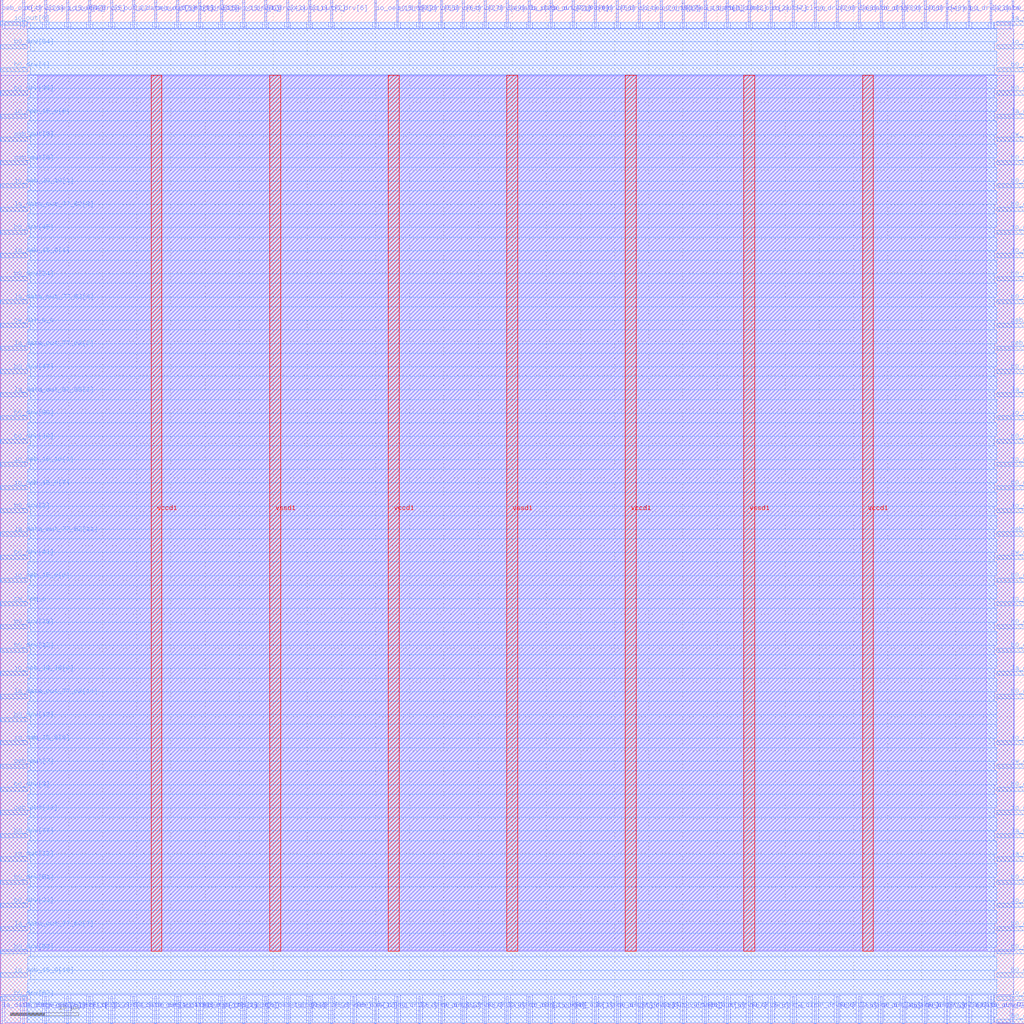
<source format=lef>
VERSION 5.7 ;
  NOWIREEXTENSIONATPIN ON ;
  DIVIDERCHAR "/" ;
  BUSBITCHARS "[]" ;
MACRO uprj_w_const
  CLASS BLOCK ;
  FOREIGN uprj_w_const ;
  ORIGIN 0.000 0.000 ;
  SIZE 150.000 BY 150.000 ;
  PIN b0_drv[0]
    DIRECTION OUTPUT TRISTATE ;
    USE SIGNAL ;
    PORT
      LAYER met2 ;
        RECT 35.510 146.000 35.790 150.000 ;
    END
  END b0_drv[0]
  PIN b0_drv[10]
    DIRECTION OUTPUT TRISTATE ;
    USE SIGNAL ;
    PORT
      LAYER met3 ;
        RECT 0.000 85.040 4.000 85.640 ;
    END
  END b0_drv[10]
  PIN b0_drv[11]
    DIRECTION OUTPUT TRISTATE ;
    USE SIGNAL ;
    PORT
      LAYER met2 ;
        RECT 148.210 146.000 148.490 150.000 ;
    END
  END b0_drv[11]
  PIN b0_drv[12]
    DIRECTION OUTPUT TRISTATE ;
    USE SIGNAL ;
    PORT
      LAYER met3 ;
        RECT 0.000 54.440 4.000 55.040 ;
    END
  END b0_drv[12]
  PIN b0_drv[13]
    DIRECTION OUTPUT TRISTATE ;
    USE SIGNAL ;
    PORT
      LAYER met3 ;
        RECT 0.000 44.240 4.000 44.840 ;
    END
  END b0_drv[13]
  PIN b0_drv[14]
    DIRECTION OUTPUT TRISTATE ;
    USE SIGNAL ;
    PORT
      LAYER met3 ;
        RECT 146.000 47.640 150.000 48.240 ;
    END
  END b0_drv[14]
  PIN b0_drv[15]
    DIRECTION OUTPUT TRISTATE ;
    USE SIGNAL ;
    PORT
      LAYER met3 ;
        RECT 146.000 125.840 150.000 126.440 ;
    END
  END b0_drv[15]
  PIN b0_drv[16]
    DIRECTION OUTPUT TRISTATE ;
    USE SIGNAL ;
    PORT
      LAYER met3 ;
        RECT 146.000 85.040 150.000 85.640 ;
    END
  END b0_drv[16]
  PIN b0_drv[17]
    DIRECTION OUTPUT TRISTATE ;
    USE SIGNAL ;
    PORT
      LAYER met2 ;
        RECT 96.690 146.000 96.970 150.000 ;
    END
  END b0_drv[17]
  PIN b0_drv[18]
    DIRECTION OUTPUT TRISTATE ;
    USE SIGNAL ;
    PORT
      LAYER met3 ;
        RECT 146.000 20.440 150.000 21.040 ;
    END
  END b0_drv[18]
  PIN b0_drv[19]
    DIRECTION OUTPUT TRISTATE ;
    USE SIGNAL ;
    PORT
      LAYER met3 ;
        RECT 146.000 95.240 150.000 95.840 ;
    END
  END b0_drv[19]
  PIN b0_drv[1]
    DIRECTION OUTPUT TRISTATE ;
    USE SIGNAL ;
    PORT
      LAYER met2 ;
        RECT 90.250 0.000 90.530 4.000 ;
    END
  END b0_drv[1]
  PIN b0_drv[20]
    DIRECTION OUTPUT TRISTATE ;
    USE SIGNAL ;
    PORT
      LAYER met2 ;
        RECT 119.230 146.000 119.510 150.000 ;
    END
  END b0_drv[20]
  PIN b0_drv[21]
    DIRECTION OUTPUT TRISTATE ;
    USE SIGNAL ;
    PORT
      LAYER met3 ;
        RECT 0.000 17.040 4.000 17.640 ;
    END
  END b0_drv[21]
  PIN b0_drv[22]
    DIRECTION OUTPUT TRISTATE ;
    USE SIGNAL ;
    PORT
      LAYER met2 ;
        RECT 12.970 0.000 13.250 4.000 ;
    END
  END b0_drv[22]
  PIN b0_drv[23]
    DIRECTION OUTPUT TRISTATE ;
    USE SIGNAL ;
    PORT
      LAYER met2 ;
        RECT 141.770 146.000 142.050 150.000 ;
    END
  END b0_drv[23]
  PIN b0_drv[24]
    DIRECTION OUTPUT TRISTATE ;
    USE SIGNAL ;
    PORT
      LAYER met3 ;
        RECT 0.000 108.840 4.000 109.440 ;
    END
  END b0_drv[24]
  PIN b0_drv[25]
    DIRECTION OUTPUT TRISTATE ;
    USE SIGNAL ;
    PORT
      LAYER met2 ;
        RECT 29.070 146.000 29.350 150.000 ;
    END
  END b0_drv[25]
  PIN b0_drv[26]
    DIRECTION OUTPUT TRISTATE ;
    USE SIGNAL ;
    PORT
      LAYER met2 ;
        RECT 3.310 146.000 3.590 150.000 ;
    END
  END b0_drv[26]
  PIN b0_drv[27]
    DIRECTION OUTPUT TRISTATE ;
    USE SIGNAL ;
    PORT
      LAYER met2 ;
        RECT 67.710 146.000 67.990 150.000 ;
    END
  END b0_drv[27]
  PIN b0_drv[28]
    DIRECTION OUTPUT TRISTATE ;
    USE SIGNAL ;
    PORT
      LAYER met3 ;
        RECT 146.000 54.440 150.000 55.040 ;
    END
  END b0_drv[28]
  PIN b0_drv[29]
    DIRECTION OUTPUT TRISTATE ;
    USE SIGNAL ;
    PORT
      LAYER met3 ;
        RECT 146.000 13.640 150.000 14.240 ;
    END
  END b0_drv[29]
  PIN b0_drv[2]
    DIRECTION OUTPUT TRISTATE ;
    USE SIGNAL ;
    PORT
      LAYER met3 ;
        RECT 0.000 74.840 4.000 75.440 ;
    END
  END b0_drv[2]
  PIN b0_drv[30]
    DIRECTION OUTPUT TRISTATE ;
    USE SIGNAL ;
    PORT
      LAYER met3 ;
        RECT 146.000 136.040 150.000 136.640 ;
    END
  END b0_drv[30]
  PIN b0_drv[31]
    DIRECTION OUTPUT TRISTATE ;
    USE SIGNAL ;
    PORT
      LAYER met2 ;
        RECT 80.590 146.000 80.870 150.000 ;
    END
  END b0_drv[31]
  PIN b0_drv[32]
    DIRECTION OUTPUT TRISTATE ;
    USE SIGNAL ;
    PORT
      LAYER met2 ;
        RECT 58.050 146.000 58.330 150.000 ;
    END
  END b0_drv[32]
  PIN b0_drv[33]
    DIRECTION OUTPUT TRISTATE ;
    USE SIGNAL ;
    PORT
      LAYER met2 ;
        RECT 64.490 0.000 64.770 4.000 ;
    END
  END b0_drv[33]
  PIN b0_drv[34]
    DIRECTION OUTPUT TRISTATE ;
    USE SIGNAL ;
    PORT
      LAYER met2 ;
        RECT 90.250 146.000 90.530 150.000 ;
    END
  END b0_drv[34]
  PIN b0_drv[35]
    DIRECTION OUTPUT TRISTATE ;
    USE SIGNAL ;
    PORT
      LAYER met3 ;
        RECT 0.000 136.040 4.000 136.640 ;
    END
  END b0_drv[35]
  PIN b0_drv[36]
    DIRECTION OUTPUT TRISTATE ;
    USE SIGNAL ;
    PORT
      LAYER met2 ;
        RECT 122.450 0.000 122.730 4.000 ;
    END
  END b0_drv[36]
  PIN b0_drv[37]
    DIRECTION OUTPUT TRISTATE ;
    USE SIGNAL ;
    PORT
      LAYER met2 ;
        RECT 67.710 0.000 67.990 4.000 ;
    END
  END b0_drv[37]
  PIN b0_drv[38]
    DIRECTION OUTPUT TRISTATE ;
    USE SIGNAL ;
    PORT
      LAYER met3 ;
        RECT 146.000 119.040 150.000 119.640 ;
    END
  END b0_drv[38]
  PIN b0_drv[39]
    DIRECTION OUTPUT TRISTATE ;
    USE SIGNAL ;
    PORT
      LAYER met2 ;
        RECT 128.890 146.000 129.170 150.000 ;
    END
  END b0_drv[39]
  PIN b0_drv[3]
    DIRECTION OUTPUT TRISTATE ;
    USE SIGNAL ;
    PORT
      LAYER met3 ;
        RECT 0.000 34.040 4.000 34.640 ;
    END
  END b0_drv[3]
  PIN b0_drv[40]
    DIRECTION OUTPUT TRISTATE ;
    USE SIGNAL ;
    PORT
      LAYER met2 ;
        RECT 83.810 146.000 84.090 150.000 ;
    END
  END b0_drv[40]
  PIN b0_drv[41]
    DIRECTION OUTPUT TRISTATE ;
    USE SIGNAL ;
    PORT
      LAYER met3 ;
        RECT 0.000 68.040 4.000 68.640 ;
    END
  END b0_drv[41]
  PIN b0_drv[42]
    DIRECTION OUTPUT TRISTATE ;
    USE SIGNAL ;
    PORT
      LAYER met3 ;
        RECT 146.000 34.040 150.000 34.640 ;
    END
  END b0_drv[42]
  PIN b0_drv[43]
    DIRECTION OUTPUT TRISTATE ;
    USE SIGNAL ;
    PORT
      LAYER met2 ;
        RECT 38.730 146.000 39.010 150.000 ;
    END
  END b0_drv[43]
  PIN b0_drv[44]
    DIRECTION OUTPUT TRISTATE ;
    USE SIGNAL ;
    PORT
      LAYER met3 ;
        RECT 146.000 6.840 150.000 7.440 ;
    END
  END b0_drv[44]
  PIN b0_drv[45]
    DIRECTION OUTPUT TRISTATE ;
    USE SIGNAL ;
    PORT
      LAYER met3 ;
        RECT 0.000 115.640 4.000 116.240 ;
    END
  END b0_drv[45]
  PIN b0_drv[46]
    DIRECTION OUTPUT TRISTATE ;
    USE SIGNAL ;
    PORT
      LAYER met2 ;
        RECT 128.890 0.000 129.170 4.000 ;
    END
  END b0_drv[46]
  PIN b0_drv[47]
    DIRECTION OUTPUT TRISTATE ;
    USE SIGNAL ;
    PORT
      LAYER met3 ;
        RECT 0.000 95.240 4.000 95.840 ;
    END
  END b0_drv[47]
  PIN b0_drv[48]
    DIRECTION OUTPUT TRISTATE ;
    USE SIGNAL ;
    PORT
      LAYER met2 ;
        RECT 135.330 146.000 135.610 150.000 ;
    END
  END b0_drv[48]
  PIN b0_drv[49]
    DIRECTION OUTPUT TRISTATE ;
    USE SIGNAL ;
    PORT
      LAYER met2 ;
        RECT 70.930 146.000 71.210 150.000 ;
    END
  END b0_drv[49]
  PIN b0_drv[4]
    DIRECTION OUTPUT TRISTATE ;
    USE SIGNAL ;
    PORT
      LAYER met3 ;
        RECT 0.000 139.440 4.000 140.040 ;
    END
  END b0_drv[4]
  PIN b0_drv[50]
    DIRECTION OUTPUT TRISTATE ;
    USE SIGNAL ;
    PORT
      LAYER met3 ;
        RECT 146.000 0.040 150.000 0.640 ;
    END
  END b0_drv[50]
  PIN b0_drv[51]
    DIRECTION OUTPUT TRISTATE ;
    USE SIGNAL ;
    PORT
      LAYER met3 ;
        RECT 0.000 20.440 4.000 21.040 ;
    END
  END b0_drv[51]
  PIN b0_drv[52]
    DIRECTION OUTPUT TRISTATE ;
    USE SIGNAL ;
    PORT
      LAYER met2 ;
        RECT 41.950 0.000 42.230 4.000 ;
    END
  END b0_drv[52]
  PIN b0_drv[53]
    DIRECTION OUTPUT TRISTATE ;
    USE SIGNAL ;
    PORT
      LAYER met3 ;
        RECT 0.000 10.240 4.000 10.840 ;
    END
  END b0_drv[53]
  PIN b0_drv[54]
    DIRECTION OUTPUT TRISTATE ;
    USE SIGNAL ;
    PORT
      LAYER met3 ;
        RECT 0.000 142.840 4.000 143.440 ;
    END
  END b0_drv[54]
  PIN b0_drv[55]
    DIRECTION OUTPUT TRISTATE ;
    USE SIGNAL ;
    PORT
      LAYER met2 ;
        RECT 61.270 146.000 61.550 150.000 ;
    END
  END b0_drv[55]
  PIN b0_drv[56]
    DIRECTION OUTPUT TRISTATE ;
    USE SIGNAL ;
    PORT
      LAYER met2 ;
        RECT 87.030 146.000 87.310 150.000 ;
    END
  END b0_drv[56]
  PIN b0_drv[57]
    DIRECTION OUTPUT TRISTATE ;
    USE SIGNAL ;
    PORT
      LAYER met2 ;
        RECT 58.050 0.000 58.330 4.000 ;
    END
  END b0_drv[57]
  PIN b0_drv[58]
    DIRECTION OUTPUT TRISTATE ;
    USE SIGNAL ;
    PORT
      LAYER met2 ;
        RECT 99.910 0.000 100.190 4.000 ;
    END
  END b0_drv[58]
  PIN b0_drv[59]
    DIRECTION OUTPUT TRISTATE ;
    USE SIGNAL ;
    PORT
      LAYER met3 ;
        RECT 146.000 122.440 150.000 123.040 ;
    END
  END b0_drv[59]
  PIN b0_drv[5]
    DIRECTION OUTPUT TRISTATE ;
    USE SIGNAL ;
    PORT
      LAYER met2 ;
        RECT 12.970 146.000 13.250 150.000 ;
    END
  END b0_drv[5]
  PIN b0_drv[60]
    DIRECTION OUTPUT TRISTATE ;
    USE SIGNAL ;
    PORT
      LAYER met2 ;
        RECT 48.390 0.000 48.670 4.000 ;
    END
  END b0_drv[60]
  PIN b0_drv[61]
    DIRECTION OUTPUT TRISTATE ;
    USE SIGNAL ;
    PORT
      LAYER met2 ;
        RECT 138.550 0.000 138.830 4.000 ;
    END
  END b0_drv[61]
  PIN b0_drv[62]
    DIRECTION OUTPUT TRISTATE ;
    USE SIGNAL ;
    PORT
      LAYER met3 ;
        RECT 0.000 3.440 4.000 4.040 ;
    END
  END b0_drv[62]
  PIN b0_drv[63]
    DIRECTION OUTPUT TRISTATE ;
    USE SIGNAL ;
    PORT
      LAYER met3 ;
        RECT 146.000 78.240 150.000 78.840 ;
    END
  END b0_drv[63]
  PIN b0_drv[64]
    DIRECTION OUTPUT TRISTATE ;
    USE SIGNAL ;
    PORT
      LAYER met2 ;
        RECT 64.490 146.000 64.770 150.000 ;
    END
  END b0_drv[64]
  PIN b0_drv[65]
    DIRECTION OUTPUT TRISTATE ;
    USE SIGNAL ;
    PORT
      LAYER met3 ;
        RECT 146.000 108.840 150.000 109.440 ;
    END
  END b0_drv[65]
  PIN b0_drv[66]
    DIRECTION OUTPUT TRISTATE ;
    USE SIGNAL ;
    PORT
      LAYER met2 ;
        RECT 132.110 146.000 132.390 150.000 ;
    END
  END b0_drv[66]
  PIN b0_drv[67]
    DIRECTION OUTPUT TRISTATE ;
    USE SIGNAL ;
    PORT
      LAYER met2 ;
        RECT 106.350 0.000 106.630 4.000 ;
    END
  END b0_drv[67]
  PIN b0_drv[68]
    DIRECTION OUTPUT TRISTATE ;
    USE SIGNAL ;
    PORT
      LAYER met2 ;
        RECT 122.450 146.000 122.730 150.000 ;
    END
  END b0_drv[68]
  PIN b0_drv[69]
    DIRECTION OUTPUT TRISTATE ;
    USE SIGNAL ;
    PORT
      LAYER met2 ;
        RECT 119.230 0.000 119.510 4.000 ;
    END
  END b0_drv[69]
  PIN b0_drv[6]
    DIRECTION OUTPUT TRISTATE ;
    USE SIGNAL ;
    PORT
      LAYER met2 ;
        RECT 48.390 146.000 48.670 150.000 ;
    END
  END b0_drv[6]
  PIN b0_drv[70]
    DIRECTION OUTPUT TRISTATE ;
    USE SIGNAL ;
    PORT
      LAYER met2 ;
        RECT 70.930 0.000 71.210 4.000 ;
    END
  END b0_drv[70]
  PIN b0_drv[71]
    DIRECTION OUTPUT TRISTATE ;
    USE SIGNAL ;
    PORT
      LAYER met3 ;
        RECT 146.000 57.840 150.000 58.440 ;
    END
  END b0_drv[71]
  PIN b0_drv[72]
    DIRECTION OUTPUT TRISTATE ;
    USE SIGNAL ;
    PORT
      LAYER met3 ;
        RECT 146.000 10.240 150.000 10.840 ;
    END
  END b0_drv[72]
  PIN b0_drv[73]
    DIRECTION OUTPUT TRISTATE ;
    USE SIGNAL ;
    PORT
      LAYER met2 ;
        RECT 135.330 0.000 135.610 4.000 ;
    END
  END b0_drv[73]
  PIN b0_drv[74]
    DIRECTION OUTPUT TRISTATE ;
    USE SIGNAL ;
    PORT
      LAYER met3 ;
        RECT 146.000 139.440 150.000 140.040 ;
    END
  END b0_drv[74]
  PIN b0_drv[75]
    DIRECTION OUTPUT TRISTATE ;
    USE SIGNAL ;
    PORT
      LAYER met3 ;
        RECT 146.000 105.440 150.000 106.040 ;
    END
  END b0_drv[75]
  PIN b0_drv[76]
    DIRECTION OUTPUT TRISTATE ;
    USE SIGNAL ;
    PORT
      LAYER met2 ;
        RECT 93.470 0.000 93.750 4.000 ;
    END
  END b0_drv[76]
  PIN b0_drv[77]
    DIRECTION OUTPUT TRISTATE ;
    USE SIGNAL ;
    PORT
      LAYER met3 ;
        RECT 0.000 27.240 4.000 27.840 ;
    END
  END b0_drv[77]
  PIN b0_drv[78]
    DIRECTION OUTPUT TRISTATE ;
    USE SIGNAL ;
    PORT
      LAYER met2 ;
        RECT 109.570 0.000 109.850 4.000 ;
    END
  END b0_drv[78]
  PIN b0_drv[79]
    DIRECTION OUTPUT TRISTATE ;
    USE SIGNAL ;
    PORT
      LAYER met3 ;
        RECT 0.000 57.840 4.000 58.440 ;
    END
  END b0_drv[79]
  PIN b0_drv[7]
    DIRECTION OUTPUT TRISTATE ;
    USE SIGNAL ;
    PORT
      LAYER met3 ;
        RECT 146.000 64.640 150.000 65.240 ;
    END
  END b0_drv[7]
  PIN b0_drv[80]
    DIRECTION OUTPUT TRISTATE ;
    USE SIGNAL ;
    PORT
      LAYER met3 ;
        RECT 0.000 88.440 4.000 89.040 ;
    END
  END b0_drv[80]
  PIN b0_drv[81]
    DIRECTION OUTPUT TRISTATE ;
    USE SIGNAL ;
    PORT
      LAYER met2 ;
        RECT 6.530 0.000 6.810 4.000 ;
    END
  END b0_drv[81]
  PIN b0_drv[82]
    DIRECTION OUTPUT TRISTATE ;
    USE SIGNAL ;
    PORT
      LAYER met2 ;
        RECT 45.170 0.000 45.450 4.000 ;
    END
  END b0_drv[82]
  PIN b0_drv[8]
    DIRECTION OUTPUT TRISTATE ;
    USE SIGNAL ;
    PORT
      LAYER met2 ;
        RECT 148.210 0.000 148.490 4.000 ;
    END
  END b0_drv[8]
  PIN b0_drv[9]
    DIRECTION OUTPUT TRISTATE ;
    USE SIGNAL ;
    PORT
      LAYER met2 ;
        RECT 144.990 0.000 145.270 4.000 ;
    END
  END b0_drv[9]
  PIN cw_clk_i
    DIRECTION INPUT ;
    USE SIGNAL ;
    PORT
      LAYER met2 ;
        RECT 54.830 0.000 55.110 4.000 ;
    END
  END cw_clk_i
  PIN cw_clk_o
    DIRECTION OUTPUT TRISTATE ;
    USE SIGNAL ;
    PORT
      LAYER met2 ;
        RECT 116.010 146.000 116.290 150.000 ;
    END
  END cw_clk_o
  PIN cw_dir
    DIRECTION INPUT ;
    USE SIGNAL ;
    PORT
      LAYER met2 ;
        RECT 116.010 0.000 116.290 4.000 ;
    END
  END cw_dir
  PIN cw_dir_b_o
    DIRECTION INPUT ;
    USE SIGNAL ;
    PORT
      LAYER met3 ;
        RECT 0.000 102.040 4.000 102.640 ;
    END
  END cw_dir_b_o
  PIN cw_dir_b_oo
    DIRECTION OUTPUT TRISTATE ;
    USE SIGNAL ;
    PORT
      LAYER met3 ;
        RECT 146.000 68.040 150.000 68.640 ;
    END
  END cw_dir_b_oo
  PIN cw_dir_o
    DIRECTION OUTPUT TRISTATE ;
    USE SIGNAL ;
    PORT
      LAYER met3 ;
        RECT 146.000 37.440 150.000 38.040 ;
    END
  END cw_dir_o
  PIN cw_req_i
    DIRECTION INPUT ;
    USE SIGNAL ;
    PORT
      LAYER met2 ;
        RECT 138.550 146.000 138.830 150.000 ;
    END
  END cw_req_i
  PIN cw_req_o
    DIRECTION OUTPUT TRISTATE ;
    USE SIGNAL ;
    PORT
      LAYER met3 ;
        RECT 0.000 61.240 4.000 61.840 ;
    END
  END cw_req_o
  PIN cw_rst_i
    DIRECTION INPUT ;
    USE SIGNAL ;
    PORT
      LAYER met2 ;
        RECT 112.790 0.000 113.070 4.000 ;
    END
  END cw_rst_i
  PIN cw_rst_o
    DIRECTION OUTPUT TRISTATE ;
    USE SIGNAL ;
    PORT
      LAYER met3 ;
        RECT 146.000 129.240 150.000 129.840 ;
    END
  END cw_rst_o
  PIN io_oeb_15_0[0]
    DIRECTION OUTPUT TRISTATE ;
    USE SIGNAL ;
    PORT
      LAYER met3 ;
        RECT 0.000 40.840 4.000 41.440 ;
    END
  END io_oeb_15_0[0]
  PIN io_oeb_15_0[10]
    DIRECTION OUTPUT TRISTATE ;
    USE SIGNAL ;
    PORT
      LAYER met3 ;
        RECT 0.000 6.840 4.000 7.440 ;
    END
  END io_oeb_15_0[10]
  PIN io_oeb_15_0[11]
    DIRECTION OUTPUT TRISTATE ;
    USE SIGNAL ;
    PORT
      LAYER met2 ;
        RECT 25.850 146.000 26.130 150.000 ;
    END
  END io_oeb_15_0[11]
  PIN io_oeb_15_0[12]
    DIRECTION OUTPUT TRISTATE ;
    USE SIGNAL ;
    PORT
      LAYER met2 ;
        RECT 32.290 146.000 32.570 150.000 ;
    END
  END io_oeb_15_0[12]
  PIN io_oeb_15_0[13]
    DIRECTION OUTPUT TRISTATE ;
    USE SIGNAL ;
    PORT
      LAYER met2 ;
        RECT 6.530 146.000 6.810 150.000 ;
    END
  END io_oeb_15_0[13]
  PIN io_oeb_15_0[14]
    DIRECTION OUTPUT TRISTATE ;
    USE SIGNAL ;
    PORT
      LAYER met2 ;
        RECT 38.730 0.000 39.010 4.000 ;
    END
  END io_oeb_15_0[14]
  PIN io_oeb_15_0[15]
    DIRECTION OUTPUT TRISTATE ;
    USE SIGNAL ;
    PORT
      LAYER met3 ;
        RECT 146.000 74.840 150.000 75.440 ;
    END
  END io_oeb_15_0[15]
  PIN io_oeb_15_0[1]
    DIRECTION OUTPUT TRISTATE ;
    USE SIGNAL ;
    PORT
      LAYER met3 ;
        RECT 0.000 112.240 4.000 112.840 ;
    END
  END io_oeb_15_0[1]
  PIN io_oeb_15_0[2]
    DIRECTION OUTPUT TRISTATE ;
    USE SIGNAL ;
    PORT
      LAYER met2 ;
        RECT 54.830 146.000 55.110 150.000 ;
    END
  END io_oeb_15_0[2]
  PIN io_oeb_15_0[3]
    DIRECTION OUTPUT TRISTATE ;
    USE SIGNAL ;
    PORT
      LAYER met3 ;
        RECT 146.000 81.640 150.000 82.240 ;
    END
  END io_oeb_15_0[3]
  PIN io_oeb_15_0[4]
    DIRECTION OUTPUT TRISTATE ;
    USE SIGNAL ;
    PORT
      LAYER met2 ;
        RECT 77.370 0.000 77.650 4.000 ;
    END
  END io_oeb_15_0[4]
  PIN io_oeb_15_0[5]
    DIRECTION OUTPUT TRISTATE ;
    USE SIGNAL ;
    PORT
      LAYER met2 ;
        RECT 32.290 0.000 32.570 4.000 ;
    END
  END io_oeb_15_0[5]
  PIN io_oeb_15_0[6]
    DIRECTION OUTPUT TRISTATE ;
    USE SIGNAL ;
    PORT
      LAYER met3 ;
        RECT 0.000 64.640 4.000 65.240 ;
    END
  END io_oeb_15_0[6]
  PIN io_oeb_15_0[7]
    DIRECTION OUTPUT TRISTATE ;
    USE SIGNAL ;
    PORT
      LAYER met3 ;
        RECT 0.000 78.240 4.000 78.840 ;
    END
  END io_oeb_15_0[7]
  PIN io_oeb_15_0[8]
    DIRECTION OUTPUT TRISTATE ;
    USE SIGNAL ;
    PORT
      LAYER met3 ;
        RECT 0.000 132.640 4.000 133.240 ;
    END
  END io_oeb_15_0[8]
  PIN io_oeb_15_0[9]
    DIRECTION OUTPUT TRISTATE ;
    USE SIGNAL ;
    PORT
      LAYER met3 ;
        RECT 146.000 142.840 150.000 143.440 ;
    END
  END io_oeb_15_0[9]
  PIN io_oeb_18_16[0]
    DIRECTION OUTPUT TRISTATE ;
    USE SIGNAL ;
    PORT
      LAYER met3 ;
        RECT 0.000 51.040 4.000 51.640 ;
    END
  END io_oeb_18_16[0]
  PIN io_oeb_18_16[1]
    DIRECTION OUTPUT TRISTATE ;
    USE SIGNAL ;
    PORT
      LAYER met3 ;
        RECT 0.000 81.640 4.000 82.240 ;
    END
  END io_oeb_18_16[1]
  PIN io_oeb_18_16[2]
    DIRECTION OUTPUT TRISTATE ;
    USE SIGNAL ;
    PORT
      LAYER met2 ;
        RECT 99.910 146.000 100.190 150.000 ;
    END
  END io_oeb_18_16[2]
  PIN io_oeb_20_19[0]
    DIRECTION OUTPUT TRISTATE ;
    USE SIGNAL ;
    PORT
      LAYER met2 ;
        RECT 93.470 146.000 93.750 150.000 ;
    END
  END io_oeb_20_19[0]
  PIN io_oeb_20_19[1]
    DIRECTION OUTPUT TRISTATE ;
    USE SIGNAL ;
    PORT
      LAYER met3 ;
        RECT 0.000 122.440 4.000 123.040 ;
    END
  END io_oeb_20_19[1]
  PIN io_oeb_21
    DIRECTION OUTPUT TRISTATE ;
    USE SIGNAL ;
    PORT
      LAYER met2 ;
        RECT 22.630 0.000 22.910 4.000 ;
    END
  END io_oeb_21
  PIN io_oeb_22
    DIRECTION OUTPUT TRISTATE ;
    USE SIGNAL ;
    PORT
      LAYER met3 ;
        RECT 146.000 17.040 150.000 17.640 ;
    END
  END io_oeb_22
  PIN io_out[0]
    DIRECTION OUTPUT TRISTATE ;
    USE SIGNAL ;
    PORT
      LAYER met3 ;
        RECT 0.000 146.240 4.000 146.840 ;
    END
  END io_out[0]
  PIN io_out[10]
    DIRECTION OUTPUT TRISTATE ;
    USE SIGNAL ;
    PORT
      LAYER met3 ;
        RECT 146.000 115.640 150.000 116.240 ;
    END
  END io_out[10]
  PIN io_out[11]
    DIRECTION OUTPUT TRISTATE ;
    USE SIGNAL ;
    PORT
      LAYER met2 ;
        RECT 41.950 146.000 42.230 150.000 ;
    END
  END io_out[11]
  PIN io_out[12]
    DIRECTION OUTPUT TRISTATE ;
    USE SIGNAL ;
    PORT
      LAYER met3 ;
        RECT 0.000 23.840 4.000 24.440 ;
    END
  END io_out[12]
  PIN io_out[13]
    DIRECTION OUTPUT TRISTATE ;
    USE SIGNAL ;
    PORT
      LAYER met2 ;
        RECT 16.190 0.000 16.470 4.000 ;
    END
  END io_out[13]
  PIN io_out[14]
    DIRECTION OUTPUT TRISTATE ;
    USE SIGNAL ;
    PORT
      LAYER met3 ;
        RECT 146.000 30.640 150.000 31.240 ;
    END
  END io_out[14]
  PIN io_out[1]
    DIRECTION OUTPUT TRISTATE ;
    USE SIGNAL ;
    PORT
      LAYER met3 ;
        RECT 146.000 88.440 150.000 89.040 ;
    END
  END io_out[1]
  PIN io_out[2]
    DIRECTION OUTPUT TRISTATE ;
    USE SIGNAL ;
    PORT
      LAYER met2 ;
        RECT 45.170 146.000 45.450 150.000 ;
    END
  END io_out[2]
  PIN io_out[3]
    DIRECTION OUTPUT TRISTATE ;
    USE SIGNAL ;
    PORT
      LAYER met3 ;
        RECT 146.000 61.240 150.000 61.840 ;
    END
  END io_out[3]
  PIN io_out[4]
    DIRECTION OUTPUT TRISTATE ;
    USE SIGNAL ;
    PORT
      LAYER met2 ;
        RECT 9.750 146.000 10.030 150.000 ;
    END
  END io_out[4]
  PIN io_out[5]
    DIRECTION OUTPUT TRISTATE ;
    USE SIGNAL ;
    PORT
      LAYER met2 ;
        RECT 80.590 0.000 80.870 4.000 ;
    END
  END io_out[5]
  PIN io_out[6]
    DIRECTION OUTPUT TRISTATE ;
    USE SIGNAL ;
    PORT
      LAYER met3 ;
        RECT 146.000 112.240 150.000 112.840 ;
    END
  END io_out[6]
  PIN io_out[7]
    DIRECTION OUTPUT TRISTATE ;
    USE SIGNAL ;
    PORT
      LAYER met2 ;
        RECT 112.790 146.000 113.070 150.000 ;
    END
  END io_out[7]
  PIN io_out[8]
    DIRECTION OUTPUT TRISTATE ;
    USE SIGNAL ;
    PORT
      LAYER met2 ;
        RECT 35.510 0.000 35.790 4.000 ;
    END
  END io_out[8]
  PIN io_out[9]
    DIRECTION OUTPUT TRISTATE ;
    USE SIGNAL ;
    PORT
      LAYER met3 ;
        RECT 146.000 40.840 150.000 41.440 ;
    END
  END io_out[9]
  PIN io_out_20_19[0]
    DIRECTION OUTPUT TRISTATE ;
    USE SIGNAL ;
    PORT
      LAYER met2 ;
        RECT 96.690 0.000 96.970 4.000 ;
    END
  END io_out_20_19[0]
  PIN io_out_20_19[1]
    DIRECTION OUTPUT TRISTATE ;
    USE SIGNAL ;
    PORT
      LAYER met3 ;
        RECT 146.000 3.440 150.000 4.040 ;
    END
  END io_out_20_19[1]
  PIN io_out_22
    DIRECTION OUTPUT TRISTATE ;
    USE SIGNAL ;
    PORT
      LAYER met2 ;
        RECT 16.190 146.000 16.470 150.000 ;
    END
  END io_out_22
  PIN la_data_out_16_17[0]
    DIRECTION OUTPUT TRISTATE ;
    USE SIGNAL ;
    PORT
      LAYER met2 ;
        RECT 125.670 0.000 125.950 4.000 ;
    END
  END la_data_out_16_17[0]
  PIN la_data_out_16_17[1]
    DIRECTION OUTPUT TRISTATE ;
    USE SIGNAL ;
    PORT
      LAYER met2 ;
        RECT 19.410 0.000 19.690 4.000 ;
    END
  END la_data_out_16_17[1]
  PIN la_data_out_21
    DIRECTION OUTPUT TRISTATE ;
    USE SIGNAL ;
    PORT
      LAYER met2 ;
        RECT 61.270 0.000 61.550 4.000 ;
    END
  END la_data_out_21
  PIN la_data_out_37_36[0]
    DIRECTION OUTPUT TRISTATE ;
    USE SIGNAL ;
    PORT
      LAYER met3 ;
        RECT 146.000 27.240 150.000 27.840 ;
    END
  END la_data_out_37_36[0]
  PIN la_data_out_37_36[1]
    DIRECTION OUTPUT TRISTATE ;
    USE SIGNAL ;
    PORT
      LAYER met3 ;
        RECT 146.000 132.640 150.000 133.240 ;
    END
  END la_data_out_37_36[1]
  PIN la_data_out_77_62[0]
    DIRECTION OUTPUT TRISTATE ;
    USE SIGNAL ;
    PORT
      LAYER met3 ;
        RECT 146.000 91.840 150.000 92.440 ;
    END
  END la_data_out_77_62[0]
  PIN la_data_out_77_62[10]
    DIRECTION OUTPUT TRISTATE ;
    USE SIGNAL ;
    PORT
      LAYER met2 ;
        RECT 132.110 0.000 132.390 4.000 ;
    END
  END la_data_out_77_62[10]
  PIN la_data_out_77_62[11]
    DIRECTION OUTPUT TRISTATE ;
    USE SIGNAL ;
    PORT
      LAYER met3 ;
        RECT 0.000 71.440 4.000 72.040 ;
    END
  END la_data_out_77_62[11]
  PIN la_data_out_77_62[12]
    DIRECTION OUTPUT TRISTATE ;
    USE SIGNAL ;
    PORT
      LAYER met3 ;
        RECT 146.000 51.040 150.000 51.640 ;
    END
  END la_data_out_77_62[12]
  PIN la_data_out_77_62[13]
    DIRECTION OUTPUT TRISTATE ;
    USE SIGNAL ;
    PORT
      LAYER met2 ;
        RECT 3.310 0.000 3.590 4.000 ;
    END
  END la_data_out_77_62[13]
  PIN la_data_out_77_62[14]
    DIRECTION OUTPUT TRISTATE ;
    USE SIGNAL ;
    PORT
      LAYER met3 ;
        RECT 0.000 47.640 4.000 48.240 ;
    END
  END la_data_out_77_62[14]
  PIN la_data_out_77_62[15]
    DIRECTION OUTPUT TRISTATE ;
    USE SIGNAL ;
    PORT
      LAYER met3 ;
        RECT 146.000 146.240 150.000 146.840 ;
    END
  END la_data_out_77_62[15]
  PIN la_data_out_77_62[1]
    DIRECTION OUTPUT TRISTATE ;
    USE SIGNAL ;
    PORT
      LAYER met2 ;
        RECT 141.770 0.000 142.050 4.000 ;
    END
  END la_data_out_77_62[1]
  PIN la_data_out_77_62[2]
    DIRECTION OUTPUT TRISTATE ;
    USE SIGNAL ;
    PORT
      LAYER met2 ;
        RECT 144.990 146.000 145.270 150.000 ;
    END
  END la_data_out_77_62[2]
  PIN la_data_out_77_62[3]
    DIRECTION OUTPUT TRISTATE ;
    USE SIGNAL ;
    PORT
      LAYER met3 ;
        RECT 0.000 98.640 4.000 99.240 ;
    END
  END la_data_out_77_62[3]
  PIN la_data_out_77_62[4]
    DIRECTION OUTPUT TRISTATE ;
    USE SIGNAL ;
    PORT
      LAYER met3 ;
        RECT 0.000 105.440 4.000 106.040 ;
    END
  END la_data_out_77_62[4]
  PIN la_data_out_77_62[5]
    DIRECTION OUTPUT TRISTATE ;
    USE SIGNAL ;
    PORT
      LAYER met2 ;
        RECT 87.030 0.000 87.310 4.000 ;
    END
  END la_data_out_77_62[5]
  PIN la_data_out_77_62[6]
    DIRECTION OUTPUT TRISTATE ;
    USE SIGNAL ;
    PORT
      LAYER met2 ;
        RECT 0.090 0.000 0.370 4.000 ;
    END
  END la_data_out_77_62[6]
  PIN la_data_out_77_62[7]
    DIRECTION OUTPUT TRISTATE ;
    USE SIGNAL ;
    PORT
      LAYER met3 ;
        RECT 0.000 13.640 4.000 14.240 ;
    END
  END la_data_out_77_62[7]
  PIN la_data_out_77_62[8]
    DIRECTION OUTPUT TRISTATE ;
    USE SIGNAL ;
    PORT
      LAYER met3 ;
        RECT 0.000 119.040 4.000 119.640 ;
    END
  END la_data_out_77_62[8]
  PIN la_data_out_77_62[9]
    DIRECTION OUTPUT TRISTATE ;
    USE SIGNAL ;
    PORT
      LAYER met2 ;
        RECT 19.410 146.000 19.690 150.000 ;
    END
  END la_data_out_77_62[9]
  PIN la_data_out_97_95[0]
    DIRECTION OUTPUT TRISTATE ;
    USE SIGNAL ;
    PORT
      LAYER met2 ;
        RECT 77.370 146.000 77.650 150.000 ;
    END
  END la_data_out_97_95[0]
  PIN la_data_out_97_95[1]
    DIRECTION OUTPUT TRISTATE ;
    USE SIGNAL ;
    PORT
      LAYER met3 ;
        RECT 0.000 91.840 4.000 92.440 ;
    END
  END la_data_out_97_95[1]
  PIN la_data_out_97_95[2]
    DIRECTION OUTPUT TRISTATE ;
    USE SIGNAL ;
    PORT
      LAYER met2 ;
        RECT 25.850 0.000 26.130 4.000 ;
    END
  END la_data_out_97_95[2]
  PIN la_datb_i[0]
    DIRECTION INPUT ;
    USE SIGNAL ;
    PORT
      LAYER met2 ;
        RECT 9.750 0.000 10.030 4.000 ;
    END
  END la_datb_i[0]
  PIN la_datb_i[1]
    DIRECTION INPUT ;
    USE SIGNAL ;
    PORT
      LAYER met2 ;
        RECT 103.130 146.000 103.410 150.000 ;
    END
  END la_datb_i[1]
  PIN la_datb_i[2]
    DIRECTION INPUT ;
    USE SIGNAL ;
    PORT
      LAYER met2 ;
        RECT 74.150 146.000 74.430 150.000 ;
    END
  END la_datb_i[2]
  PIN la_datb_o[0]
    DIRECTION OUTPUT TRISTATE ;
    USE SIGNAL ;
    PORT
      LAYER met2 ;
        RECT 74.150 0.000 74.430 4.000 ;
    END
  END la_datb_o[0]
  PIN la_datb_o[1]
    DIRECTION OUTPUT TRISTATE ;
    USE SIGNAL ;
    PORT
      LAYER met2 ;
        RECT 125.670 146.000 125.950 150.000 ;
    END
  END la_datb_o[1]
  PIN la_datb_o[2]
    DIRECTION OUTPUT TRISTATE ;
    USE SIGNAL ;
    PORT
      LAYER met3 ;
        RECT 146.000 23.840 150.000 24.440 ;
    END
  END la_datb_o[2]
  PIN oeb_out[0]
    DIRECTION OUTPUT TRISTATE ;
    USE SIGNAL ;
    PORT
      LAYER met3 ;
        RECT 0.000 125.840 4.000 126.440 ;
    END
  END oeb_out[0]
  PIN oeb_out[10]
    DIRECTION OUTPUT TRISTATE ;
    USE SIGNAL ;
    PORT
      LAYER met3 ;
        RECT 146.000 102.040 150.000 102.640 ;
    END
  END oeb_out[10]
  PIN oeb_out[11]
    DIRECTION OUTPUT TRISTATE ;
    USE SIGNAL ;
    PORT
      LAYER met2 ;
        RECT 29.070 0.000 29.350 4.000 ;
    END
  END oeb_out[11]
  PIN oeb_out[12]
    DIRECTION OUTPUT TRISTATE ;
    USE SIGNAL ;
    PORT
      LAYER met2 ;
        RECT 51.610 0.000 51.890 4.000 ;
    END
  END oeb_out[12]
  PIN oeb_out[13]
    DIRECTION OUTPUT TRISTATE ;
    USE SIGNAL ;
    PORT
      LAYER met3 ;
        RECT 0.000 30.640 4.000 31.240 ;
    END
  END oeb_out[13]
  PIN oeb_out[14]
    DIRECTION OUTPUT TRISTATE ;
    USE SIGNAL ;
    PORT
      LAYER met3 ;
        RECT 146.000 98.640 150.000 99.240 ;
    END
  END oeb_out[14]
  PIN oeb_out[1]
    DIRECTION OUTPUT TRISTATE ;
    USE SIGNAL ;
    PORT
      LAYER met2 ;
        RECT 83.810 0.000 84.090 4.000 ;
    END
  END oeb_out[1]
  PIN oeb_out[2]
    DIRECTION OUTPUT TRISTATE ;
    USE SIGNAL ;
    PORT
      LAYER met2 ;
        RECT 109.570 146.000 109.850 150.000 ;
    END
  END oeb_out[2]
  PIN oeb_out[3]
    DIRECTION OUTPUT TRISTATE ;
    USE SIGNAL ;
    PORT
      LAYER met2 ;
        RECT 106.350 146.000 106.630 150.000 ;
    END
  END oeb_out[3]
  PIN oeb_out[4]
    DIRECTION OUTPUT TRISTATE ;
    USE SIGNAL ;
    PORT
      LAYER met2 ;
        RECT 0.090 146.000 0.370 150.000 ;
    END
  END oeb_out[4]
  PIN oeb_out[5]
    DIRECTION OUTPUT TRISTATE ;
    USE SIGNAL ;
    PORT
      LAYER met2 ;
        RECT 22.630 146.000 22.910 150.000 ;
    END
  END oeb_out[5]
  PIN oeb_out[6]
    DIRECTION OUTPUT TRISTATE ;
    USE SIGNAL ;
    PORT
      LAYER met2 ;
        RECT 103.130 0.000 103.410 4.000 ;
    END
  END oeb_out[6]
  PIN oeb_out[7]
    DIRECTION OUTPUT TRISTATE ;
    USE SIGNAL ;
    PORT
      LAYER met3 ;
        RECT 0.000 37.440 4.000 38.040 ;
    END
  END oeb_out[7]
  PIN oeb_out[8]
    DIRECTION OUTPUT TRISTATE ;
    USE SIGNAL ;
    PORT
      LAYER met3 ;
        RECT 0.000 129.240 4.000 129.840 ;
    END
  END oeb_out[8]
  PIN oeb_out[9]
    DIRECTION OUTPUT TRISTATE ;
    USE SIGNAL ;
    PORT
      LAYER met3 ;
        RECT 146.000 71.440 150.000 72.040 ;
    END
  END oeb_out[9]
  PIN vccd1
    DIRECTION INOUT ;
    USE POWER ;
    PORT
      LAYER met4 ;
        RECT 22.090 10.640 23.690 138.960 ;
    END
    PORT
      LAYER met4 ;
        RECT 56.830 10.640 58.430 138.960 ;
    END
    PORT
      LAYER met4 ;
        RECT 91.570 10.640 93.170 138.960 ;
    END
    PORT
      LAYER met4 ;
        RECT 126.310 10.640 127.910 138.960 ;
    END
  END vccd1
  PIN vssd1
    DIRECTION INOUT ;
    USE GROUND ;
    PORT
      LAYER met4 ;
        RECT 39.460 10.640 41.060 138.960 ;
    END
    PORT
      LAYER met4 ;
        RECT 74.200 10.640 75.800 138.960 ;
    END
    PORT
      LAYER met4 ;
        RECT 108.940 10.640 110.540 138.960 ;
    END
  END vssd1
  OBS
      LAYER li1 ;
        RECT 5.520 10.795 144.440 138.805 ;
      LAYER met1 ;
        RECT 0.070 10.640 148.510 138.960 ;
      LAYER met2 ;
        RECT 0.650 145.720 3.030 146.725 ;
        RECT 3.870 145.720 6.250 146.725 ;
        RECT 7.090 145.720 9.470 146.725 ;
        RECT 10.310 145.720 12.690 146.725 ;
        RECT 13.530 145.720 15.910 146.725 ;
        RECT 16.750 145.720 19.130 146.725 ;
        RECT 19.970 145.720 22.350 146.725 ;
        RECT 23.190 145.720 25.570 146.725 ;
        RECT 26.410 145.720 28.790 146.725 ;
        RECT 29.630 145.720 32.010 146.725 ;
        RECT 32.850 145.720 35.230 146.725 ;
        RECT 36.070 145.720 38.450 146.725 ;
        RECT 39.290 145.720 41.670 146.725 ;
        RECT 42.510 145.720 44.890 146.725 ;
        RECT 45.730 145.720 48.110 146.725 ;
        RECT 48.950 145.720 54.550 146.725 ;
        RECT 55.390 145.720 57.770 146.725 ;
        RECT 58.610 145.720 60.990 146.725 ;
        RECT 61.830 145.720 64.210 146.725 ;
        RECT 65.050 145.720 67.430 146.725 ;
        RECT 68.270 145.720 70.650 146.725 ;
        RECT 71.490 145.720 73.870 146.725 ;
        RECT 74.710 145.720 77.090 146.725 ;
        RECT 77.930 145.720 80.310 146.725 ;
        RECT 81.150 145.720 83.530 146.725 ;
        RECT 84.370 145.720 86.750 146.725 ;
        RECT 87.590 145.720 89.970 146.725 ;
        RECT 90.810 145.720 93.190 146.725 ;
        RECT 94.030 145.720 96.410 146.725 ;
        RECT 97.250 145.720 99.630 146.725 ;
        RECT 100.470 145.720 102.850 146.725 ;
        RECT 103.690 145.720 106.070 146.725 ;
        RECT 106.910 145.720 109.290 146.725 ;
        RECT 110.130 145.720 112.510 146.725 ;
        RECT 113.350 145.720 115.730 146.725 ;
        RECT 116.570 145.720 118.950 146.725 ;
        RECT 119.790 145.720 122.170 146.725 ;
        RECT 123.010 145.720 125.390 146.725 ;
        RECT 126.230 145.720 128.610 146.725 ;
        RECT 129.450 145.720 131.830 146.725 ;
        RECT 132.670 145.720 135.050 146.725 ;
        RECT 135.890 145.720 138.270 146.725 ;
        RECT 139.110 145.720 141.490 146.725 ;
        RECT 142.330 145.720 144.710 146.725 ;
        RECT 145.550 145.720 147.930 146.725 ;
        RECT 0.100 4.280 148.480 145.720 ;
        RECT 0.650 0.155 3.030 4.280 ;
        RECT 3.870 0.155 6.250 4.280 ;
        RECT 7.090 0.155 9.470 4.280 ;
        RECT 10.310 0.155 12.690 4.280 ;
        RECT 13.530 0.155 15.910 4.280 ;
        RECT 16.750 0.155 19.130 4.280 ;
        RECT 19.970 0.155 22.350 4.280 ;
        RECT 23.190 0.155 25.570 4.280 ;
        RECT 26.410 0.155 28.790 4.280 ;
        RECT 29.630 0.155 32.010 4.280 ;
        RECT 32.850 0.155 35.230 4.280 ;
        RECT 36.070 0.155 38.450 4.280 ;
        RECT 39.290 0.155 41.670 4.280 ;
        RECT 42.510 0.155 44.890 4.280 ;
        RECT 45.730 0.155 48.110 4.280 ;
        RECT 48.950 0.155 51.330 4.280 ;
        RECT 52.170 0.155 54.550 4.280 ;
        RECT 55.390 0.155 57.770 4.280 ;
        RECT 58.610 0.155 60.990 4.280 ;
        RECT 61.830 0.155 64.210 4.280 ;
        RECT 65.050 0.155 67.430 4.280 ;
        RECT 68.270 0.155 70.650 4.280 ;
        RECT 71.490 0.155 73.870 4.280 ;
        RECT 74.710 0.155 77.090 4.280 ;
        RECT 77.930 0.155 80.310 4.280 ;
        RECT 81.150 0.155 83.530 4.280 ;
        RECT 84.370 0.155 86.750 4.280 ;
        RECT 87.590 0.155 89.970 4.280 ;
        RECT 90.810 0.155 93.190 4.280 ;
        RECT 94.030 0.155 96.410 4.280 ;
        RECT 97.250 0.155 99.630 4.280 ;
        RECT 100.470 0.155 102.850 4.280 ;
        RECT 103.690 0.155 106.070 4.280 ;
        RECT 106.910 0.155 109.290 4.280 ;
        RECT 110.130 0.155 112.510 4.280 ;
        RECT 113.350 0.155 115.730 4.280 ;
        RECT 116.570 0.155 118.950 4.280 ;
        RECT 119.790 0.155 122.170 4.280 ;
        RECT 123.010 0.155 125.390 4.280 ;
        RECT 126.230 0.155 128.610 4.280 ;
        RECT 129.450 0.155 131.830 4.280 ;
        RECT 132.670 0.155 135.050 4.280 ;
        RECT 135.890 0.155 138.270 4.280 ;
        RECT 139.110 0.155 141.490 4.280 ;
        RECT 142.330 0.155 144.710 4.280 ;
        RECT 145.550 0.155 147.930 4.280 ;
      LAYER met3 ;
        RECT 4.400 145.840 145.600 146.705 ;
        RECT 4.000 143.840 146.000 145.840 ;
        RECT 4.400 142.440 145.600 143.840 ;
        RECT 4.000 140.440 146.000 142.440 ;
        RECT 4.400 139.040 145.600 140.440 ;
        RECT 4.000 137.040 146.000 139.040 ;
        RECT 4.400 135.640 145.600 137.040 ;
        RECT 4.000 133.640 146.000 135.640 ;
        RECT 4.400 132.240 145.600 133.640 ;
        RECT 4.000 130.240 146.000 132.240 ;
        RECT 4.400 128.840 145.600 130.240 ;
        RECT 4.000 126.840 146.000 128.840 ;
        RECT 4.400 125.440 145.600 126.840 ;
        RECT 4.000 123.440 146.000 125.440 ;
        RECT 4.400 122.040 145.600 123.440 ;
        RECT 4.000 120.040 146.000 122.040 ;
        RECT 4.400 118.640 145.600 120.040 ;
        RECT 4.000 116.640 146.000 118.640 ;
        RECT 4.400 115.240 145.600 116.640 ;
        RECT 4.000 113.240 146.000 115.240 ;
        RECT 4.400 111.840 145.600 113.240 ;
        RECT 4.000 109.840 146.000 111.840 ;
        RECT 4.400 108.440 145.600 109.840 ;
        RECT 4.000 106.440 146.000 108.440 ;
        RECT 4.400 105.040 145.600 106.440 ;
        RECT 4.000 103.040 146.000 105.040 ;
        RECT 4.400 101.640 145.600 103.040 ;
        RECT 4.000 99.640 146.000 101.640 ;
        RECT 4.400 98.240 145.600 99.640 ;
        RECT 4.000 96.240 146.000 98.240 ;
        RECT 4.400 94.840 145.600 96.240 ;
        RECT 4.000 92.840 146.000 94.840 ;
        RECT 4.400 91.440 145.600 92.840 ;
        RECT 4.000 89.440 146.000 91.440 ;
        RECT 4.400 88.040 145.600 89.440 ;
        RECT 4.000 86.040 146.000 88.040 ;
        RECT 4.400 84.640 145.600 86.040 ;
        RECT 4.000 82.640 146.000 84.640 ;
        RECT 4.400 81.240 145.600 82.640 ;
        RECT 4.000 79.240 146.000 81.240 ;
        RECT 4.400 77.840 145.600 79.240 ;
        RECT 4.000 75.840 146.000 77.840 ;
        RECT 4.400 74.440 145.600 75.840 ;
        RECT 4.000 72.440 146.000 74.440 ;
        RECT 4.400 71.040 145.600 72.440 ;
        RECT 4.000 69.040 146.000 71.040 ;
        RECT 4.400 67.640 145.600 69.040 ;
        RECT 4.000 65.640 146.000 67.640 ;
        RECT 4.400 64.240 145.600 65.640 ;
        RECT 4.000 62.240 146.000 64.240 ;
        RECT 4.400 60.840 145.600 62.240 ;
        RECT 4.000 58.840 146.000 60.840 ;
        RECT 4.400 57.440 145.600 58.840 ;
        RECT 4.000 55.440 146.000 57.440 ;
        RECT 4.400 54.040 145.600 55.440 ;
        RECT 4.000 52.040 146.000 54.040 ;
        RECT 4.400 50.640 145.600 52.040 ;
        RECT 4.000 48.640 146.000 50.640 ;
        RECT 4.400 47.240 145.600 48.640 ;
        RECT 4.000 45.240 146.000 47.240 ;
        RECT 4.400 43.840 146.000 45.240 ;
        RECT 4.000 41.840 146.000 43.840 ;
        RECT 4.400 40.440 145.600 41.840 ;
        RECT 4.000 38.440 146.000 40.440 ;
        RECT 4.400 37.040 145.600 38.440 ;
        RECT 4.000 35.040 146.000 37.040 ;
        RECT 4.400 33.640 145.600 35.040 ;
        RECT 4.000 31.640 146.000 33.640 ;
        RECT 4.400 30.240 145.600 31.640 ;
        RECT 4.000 28.240 146.000 30.240 ;
        RECT 4.400 26.840 145.600 28.240 ;
        RECT 4.000 24.840 146.000 26.840 ;
        RECT 4.400 23.440 145.600 24.840 ;
        RECT 4.000 21.440 146.000 23.440 ;
        RECT 4.400 20.040 145.600 21.440 ;
        RECT 4.000 18.040 146.000 20.040 ;
        RECT 4.400 16.640 145.600 18.040 ;
        RECT 4.000 14.640 146.000 16.640 ;
        RECT 4.400 13.240 145.600 14.640 ;
        RECT 4.000 11.240 146.000 13.240 ;
        RECT 4.400 9.840 145.600 11.240 ;
        RECT 4.000 7.840 146.000 9.840 ;
        RECT 4.400 6.440 145.600 7.840 ;
        RECT 4.000 4.440 146.000 6.440 ;
        RECT 4.400 3.040 145.600 4.440 ;
        RECT 4.000 1.040 146.000 3.040 ;
        RECT 4.000 0.175 145.600 1.040 ;
  END
END uprj_w_const
END LIBRARY


</source>
